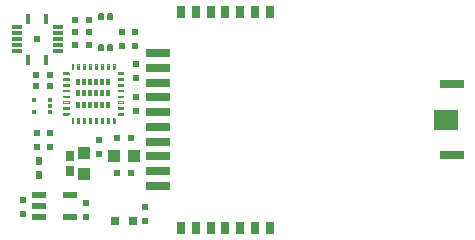
<source format=gtp>
G75*
%MOIN*%
%OFA0B0*%
%FSLAX24Y24*%
%IPPOS*%
%LPD*%
%AMOC8*
5,1,8,0,0,1.08239X$1,22.5*
%
%ADD10R,0.0240X0.0240*%
%ADD11R,0.0394X0.0433*%
%ADD12R,0.0236X0.0276*%
%ADD13R,0.0236X0.0236*%
%ADD14R,0.0315X0.0315*%
%ADD15R,0.0472X0.0217*%
%ADD16R,0.0291X0.0364*%
%ADD17R,0.0118X0.0236*%
%ADD18C,0.0040*%
%ADD19R,0.0177X0.0118*%
%ADD20R,0.0315X0.0394*%
%ADD21R,0.0787X0.0315*%
%ADD22R,0.0787X0.0709*%
%ADD23C,0.0069*%
%ADD24R,0.0433X0.0394*%
%ADD25R,0.0354X0.0118*%
%ADD26R,0.0118X0.0354*%
D10*
X009269Y012387D03*
D11*
X010829Y008582D03*
X010829Y007912D03*
D12*
X009319Y007857D03*
X009319Y008329D03*
D13*
X009269Y008791D03*
X009689Y008791D03*
X009689Y009263D03*
X009269Y009263D03*
X011309Y009023D03*
X011912Y009087D03*
X012385Y009087D03*
X011309Y008551D03*
X011912Y007947D03*
X012385Y007947D03*
X012869Y006803D03*
X012869Y006331D03*
X010889Y006451D03*
X010889Y006923D03*
X008789Y007043D03*
X008789Y006571D03*
X012569Y009991D03*
X012569Y010463D03*
X012557Y011093D03*
X012557Y011565D03*
X012509Y012151D03*
X012089Y012151D03*
X012089Y012623D03*
X012509Y012623D03*
X011005Y012627D03*
X011005Y013047D03*
X010532Y013047D03*
X010532Y012627D03*
X010532Y012207D03*
X011005Y012207D03*
X009685Y011187D03*
X009685Y010827D03*
X009212Y010827D03*
X009212Y011187D03*
D14*
X011853Y006327D03*
X012444Y006327D03*
D15*
X009319Y006459D03*
X009319Y006833D03*
X009319Y007207D03*
X010343Y007207D03*
X010343Y006459D03*
D16*
X010349Y008011D03*
X010349Y008483D03*
D17*
X010638Y010187D03*
X010835Y010187D03*
X011031Y010187D03*
X011228Y010187D03*
X011425Y010187D03*
X011622Y010187D03*
X011622Y010581D03*
X011425Y010581D03*
X011228Y010581D03*
X011031Y010581D03*
X010835Y010581D03*
X010638Y010581D03*
X010638Y010974D03*
X010835Y010974D03*
X011031Y010974D03*
X011228Y010974D03*
X011425Y010974D03*
X011622Y010974D03*
D18*
X011947Y010906D02*
X012124Y010906D01*
X012124Y010847D01*
X011947Y010847D01*
X011947Y010906D01*
X011947Y010895D02*
X012124Y010895D01*
X012124Y010856D02*
X011947Y010856D01*
X011947Y010709D02*
X012124Y010709D01*
X012124Y010650D01*
X011947Y010650D01*
X011947Y010709D01*
X011947Y010702D02*
X012124Y010702D01*
X012124Y010664D02*
X011947Y010664D01*
X011947Y010512D02*
X012124Y010512D01*
X012124Y010453D01*
X011947Y010453D01*
X011947Y010512D01*
X011947Y010510D02*
X012124Y010510D01*
X012124Y010471D02*
X011947Y010471D01*
X011947Y010315D02*
X012124Y010315D01*
X012124Y010256D01*
X011947Y010256D01*
X011947Y010315D01*
X011947Y010279D02*
X012124Y010279D01*
X012124Y010118D02*
X012124Y010059D01*
X011947Y010059D01*
X011947Y010118D01*
X012124Y010118D01*
X012124Y010086D02*
X011947Y010086D01*
X011947Y009921D02*
X012124Y009921D01*
X012124Y009862D01*
X011967Y009862D01*
X011947Y009882D01*
X011947Y009921D01*
X011947Y009894D02*
X012124Y009894D01*
X011848Y009744D02*
X011829Y009764D01*
X011789Y009764D01*
X011789Y009587D01*
X011848Y009587D01*
X011848Y009744D01*
X011848Y009740D02*
X011789Y009740D01*
X011789Y009701D02*
X011848Y009701D01*
X011848Y009663D02*
X011789Y009663D01*
X011789Y009624D02*
X011848Y009624D01*
X011652Y009624D02*
X011593Y009624D01*
X011593Y009587D02*
X011652Y009587D01*
X011652Y009764D01*
X011593Y009764D01*
X011593Y009587D01*
X011593Y009663D02*
X011652Y009663D01*
X011652Y009701D02*
X011593Y009701D01*
X011593Y009740D02*
X011652Y009740D01*
X011455Y009740D02*
X011396Y009740D01*
X011396Y009764D02*
X011455Y009764D01*
X011455Y009587D01*
X011396Y009587D01*
X011396Y009764D01*
X011396Y009701D02*
X011455Y009701D01*
X011455Y009663D02*
X011396Y009663D01*
X011396Y009624D02*
X011455Y009624D01*
X011258Y009624D02*
X011199Y009624D01*
X011199Y009587D02*
X011258Y009587D01*
X011258Y009764D01*
X011199Y009764D01*
X011199Y009587D01*
X011199Y009663D02*
X011258Y009663D01*
X011258Y009701D02*
X011199Y009701D01*
X011199Y009740D02*
X011258Y009740D01*
X011061Y009740D02*
X011002Y009740D01*
X011002Y009764D02*
X011061Y009764D01*
X011061Y009587D01*
X011002Y009587D01*
X011002Y009764D01*
X011002Y009701D02*
X011061Y009701D01*
X011061Y009663D02*
X011002Y009663D01*
X011002Y009624D02*
X011061Y009624D01*
X010864Y009624D02*
X010805Y009624D01*
X010805Y009587D02*
X010864Y009587D01*
X010864Y009764D01*
X010805Y009764D01*
X010805Y009587D01*
X010805Y009663D02*
X010864Y009663D01*
X010864Y009701D02*
X010805Y009701D01*
X010805Y009740D02*
X010864Y009740D01*
X010667Y009740D02*
X010608Y009740D01*
X010608Y009764D02*
X010667Y009764D01*
X010667Y009587D01*
X010608Y009587D01*
X010608Y009764D01*
X010608Y009701D02*
X010667Y009701D01*
X010667Y009663D02*
X010608Y009663D01*
X010608Y009624D02*
X010667Y009624D01*
X010470Y009624D02*
X010411Y009624D01*
X010411Y009587D02*
X010470Y009587D01*
X010470Y009764D01*
X010431Y009764D01*
X010411Y009744D01*
X010411Y009587D01*
X010411Y009663D02*
X010470Y009663D01*
X010470Y009701D02*
X010411Y009701D01*
X010411Y009740D02*
X010470Y009740D01*
X010313Y009882D02*
X010313Y009921D01*
X010136Y009921D01*
X010136Y009862D01*
X010293Y009862D01*
X010313Y009882D01*
X010313Y009894D02*
X010136Y009894D01*
X010136Y010059D02*
X010136Y010118D01*
X010313Y010118D01*
X010313Y010059D01*
X010136Y010059D01*
X010136Y010086D02*
X010313Y010086D01*
X010313Y010256D02*
X010136Y010256D01*
X010136Y010315D01*
X010313Y010315D01*
X010313Y010256D01*
X010313Y010279D02*
X010136Y010279D01*
X010136Y010453D02*
X010136Y010512D01*
X010313Y010512D01*
X010313Y010453D01*
X010136Y010453D01*
X010136Y010471D02*
X010313Y010471D01*
X010313Y010510D02*
X010136Y010510D01*
X010136Y010650D02*
X010136Y010709D01*
X010313Y010709D01*
X010313Y010650D01*
X010136Y010650D01*
X010136Y010664D02*
X010313Y010664D01*
X010313Y010702D02*
X010136Y010702D01*
X010136Y010847D02*
X010136Y010906D01*
X010313Y010906D01*
X010313Y010847D01*
X010136Y010847D01*
X010136Y010856D02*
X010313Y010856D01*
X010313Y010895D02*
X010136Y010895D01*
X010136Y011043D02*
X010136Y011102D01*
X010313Y011102D01*
X010313Y011043D01*
X010136Y011043D01*
X010136Y011049D02*
X010313Y011049D01*
X010313Y011087D02*
X010136Y011087D01*
X010136Y011240D02*
X010136Y011299D01*
X010293Y011299D01*
X010313Y011280D01*
X010136Y011280D01*
X010136Y011241D02*
X010313Y011241D01*
X010313Y011240D02*
X010136Y011240D01*
X010313Y011240D02*
X010313Y011280D01*
X010431Y011398D02*
X010470Y011398D01*
X010470Y011575D01*
X010411Y011575D01*
X010411Y011417D01*
X010431Y011398D01*
X010411Y011434D02*
X010470Y011434D01*
X010470Y011472D02*
X010411Y011472D01*
X010411Y011511D02*
X010470Y011511D01*
X010470Y011549D02*
X010411Y011549D01*
X010608Y011549D02*
X010667Y011549D01*
X010667Y011575D02*
X010608Y011575D01*
X010608Y011398D01*
X010667Y011398D01*
X010667Y011575D01*
X010667Y011511D02*
X010608Y011511D01*
X010608Y011472D02*
X010667Y011472D01*
X010667Y011434D02*
X010608Y011434D01*
X010805Y011434D02*
X010864Y011434D01*
X010864Y011398D02*
X010805Y011398D01*
X010805Y011575D01*
X010864Y011575D01*
X010864Y011398D01*
X010864Y011472D02*
X010805Y011472D01*
X010805Y011511D02*
X010864Y011511D01*
X010864Y011549D02*
X010805Y011549D01*
X011002Y011549D02*
X011061Y011549D01*
X011061Y011575D02*
X011002Y011575D01*
X011002Y011398D01*
X011061Y011398D01*
X011061Y011575D01*
X011061Y011511D02*
X011002Y011511D01*
X011002Y011472D02*
X011061Y011472D01*
X011061Y011434D02*
X011002Y011434D01*
X011199Y011434D02*
X011258Y011434D01*
X011258Y011398D02*
X011199Y011398D01*
X011199Y011575D01*
X011258Y011575D01*
X011258Y011398D01*
X011258Y011472D02*
X011199Y011472D01*
X011199Y011511D02*
X011258Y011511D01*
X011258Y011549D02*
X011199Y011549D01*
X011396Y011549D02*
X011455Y011549D01*
X011455Y011575D02*
X011396Y011575D01*
X011396Y011398D01*
X011455Y011398D01*
X011455Y011575D01*
X011455Y011511D02*
X011396Y011511D01*
X011396Y011472D02*
X011455Y011472D01*
X011455Y011434D02*
X011396Y011434D01*
X011593Y011434D02*
X011652Y011434D01*
X011652Y011398D02*
X011593Y011398D01*
X011593Y011575D01*
X011652Y011575D01*
X011652Y011398D01*
X011652Y011472D02*
X011593Y011472D01*
X011593Y011511D02*
X011652Y011511D01*
X011652Y011549D02*
X011593Y011549D01*
X011789Y011549D02*
X011848Y011549D01*
X011848Y011575D02*
X011789Y011575D01*
X011789Y011398D01*
X011829Y011398D01*
X011848Y011417D01*
X011848Y011575D01*
X011848Y011511D02*
X011789Y011511D01*
X011789Y011472D02*
X011848Y011472D01*
X011848Y011434D02*
X011789Y011434D01*
X011947Y011280D02*
X011947Y011240D01*
X012124Y011240D01*
X012124Y011299D01*
X011967Y011299D01*
X011947Y011280D01*
X012124Y011280D01*
X012124Y011241D02*
X011947Y011241D01*
X011947Y011102D02*
X012124Y011102D01*
X012124Y011043D01*
X011947Y011043D01*
X011947Y011102D01*
X011947Y011087D02*
X012124Y011087D01*
X012124Y011049D02*
X011947Y011049D01*
D19*
X009699Y010358D03*
X009699Y010161D03*
X009699Y009964D03*
X009171Y009964D03*
X009171Y010358D03*
D20*
X014063Y013309D03*
X014555Y013309D03*
X015047Y013309D03*
X015539Y013309D03*
X016031Y013309D03*
X016524Y013309D03*
X017016Y013309D03*
X017016Y006085D03*
X016524Y006085D03*
X016031Y006085D03*
X015539Y006085D03*
X015047Y006085D03*
X014555Y006085D03*
X014063Y006085D03*
D21*
X013295Y007502D03*
X013295Y007994D03*
X013295Y008487D03*
X013295Y008979D03*
X013295Y009471D03*
X013295Y009963D03*
X013295Y010455D03*
X013295Y010947D03*
X013295Y011439D03*
X013295Y011931D03*
X023098Y010908D03*
X023098Y008546D03*
D22*
X022902Y009707D03*
D23*
X011760Y012031D02*
X011760Y012199D01*
X011760Y012031D02*
X011632Y012031D01*
X011632Y012199D01*
X011760Y012199D01*
X011760Y012099D02*
X011632Y012099D01*
X011632Y012167D02*
X011760Y012167D01*
X011465Y012199D02*
X011465Y012031D01*
X011337Y012031D01*
X011337Y012199D01*
X011465Y012199D01*
X011465Y012099D02*
X011337Y012099D01*
X011337Y012167D02*
X011465Y012167D01*
X011465Y013055D02*
X011465Y013223D01*
X011465Y013055D02*
X011337Y013055D01*
X011337Y013223D01*
X011465Y013223D01*
X011465Y013123D02*
X011337Y013123D01*
X011337Y013191D02*
X011465Y013191D01*
X011760Y013223D02*
X011760Y013055D01*
X011632Y013055D01*
X011632Y013223D01*
X011760Y013223D01*
X011760Y013123D02*
X011632Y013123D01*
X011632Y013191D02*
X011760Y013191D01*
D24*
X011814Y008487D03*
X012483Y008487D03*
D25*
X009958Y011993D03*
X009958Y012190D03*
X009958Y012387D03*
X009958Y012584D03*
X009958Y012781D03*
X008580Y012781D03*
X008580Y012584D03*
X008580Y012387D03*
X008580Y012190D03*
X008580Y011993D03*
D26*
X008973Y011698D03*
X009564Y011698D03*
X009564Y013076D03*
X008973Y013076D03*
M02*

</source>
